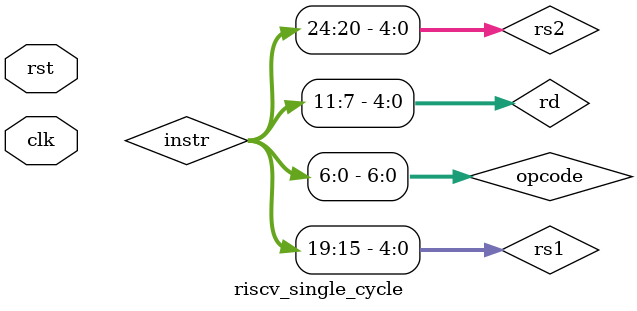
<source format=v>
module riscv_single_cycle (
    input clk,
    input rst
);

    wire [31:0] pc, pc_next;
    wire [31:0] instr;

    wire [31:0] rd1, rd2;
    wire [31:0] imm_out;
    wire [31:0] alu_in2;
    wire [31:0] alu_result;
    wire [31:0] mem_data;
    wire [31:0] write_back;

    wire RegWrite, MemRead, MemWrite, MemToReg;
    wire ALUSrc, Branch, Jump;
    wire [1:0] ALUOp;
    wire [2:0] ALUControl;
    wire zero;

    wire [6:0] opcode = instr[6:0];
    wire [4:0] rs1 = instr[19:15];
    wire [4:0] rs2 = instr[24:20];
    wire [4:0] rd  = instr[11:7];
    wire [2:0] funct3 = instr[14:12];
    wire [6:0] funct7 = instr[31:25];

    // PC
    pc pc_inst (
        .clk(clk),
        .rst(rst),
        .pc_next(pc_next),
        .pc(pc)
    );

    // Instruction Memory
    instr_mem imem (
        .addr(pc),
        .instr(instr)
    );

    // Control Unit
    control_unit ctrl (
        .opcode(opcode),
        .RegWrite(RegWrite),
        .MemRead(MemRead),
        .MemWrite(MemWrite),
        .MemToReg(MemToReg),
        .ALUSrc(ALUSrc),
        .Branch(Branch),
        .Jump(Jump),
        .ALUOp(ALUOp)
    );

    // Register File
    reg_file rf (
        .clk(clk),
        .we(RegWrite),
        .rs1(rs1),
        .rs2(rs2),
        .rd(rd),
        .wd(write_back),
        .rd1(rd1),
        .rd2(rd2)
    );

    // Immediate Generator
    imm_gen imm (
        .instr(instr),
        .imm_out(imm_out)
    );

    // ALU Control
    alu_control alu_ctrl (
        .ALUOp(ALUOp),
        .funct3(funct3),
        .funct7(funct7),
        .ALUControl(ALUControl)
    );

    assign alu_in2 = (ALUSrc) ? imm_out : rd2;

    // ALU
    alu alu_inst (
        .a(rd1),
        .b(alu_in2),
        .alu_ctrl(ALUControl),
        .result(alu_result),
        .zero(zero)
    );

    // Data Memory
    data_mem dmem (
        .clk(clk),
        .MemRead(MemRead),
        .MemWrite(MemWrite),
        .addr(alu_result),
        .write_data(rd2),
        .read_data(mem_data)
    );

    // Write Back
    assign write_back = (MemToReg) ? mem_data : alu_result;

    // PC Logic
    wire branch_taken = Branch & zero;

    assign pc_next = (Jump) ? alu_result :
                     (branch_taken) ? pc + imm_out :
                     pc + 4;

endmodule


</source>
